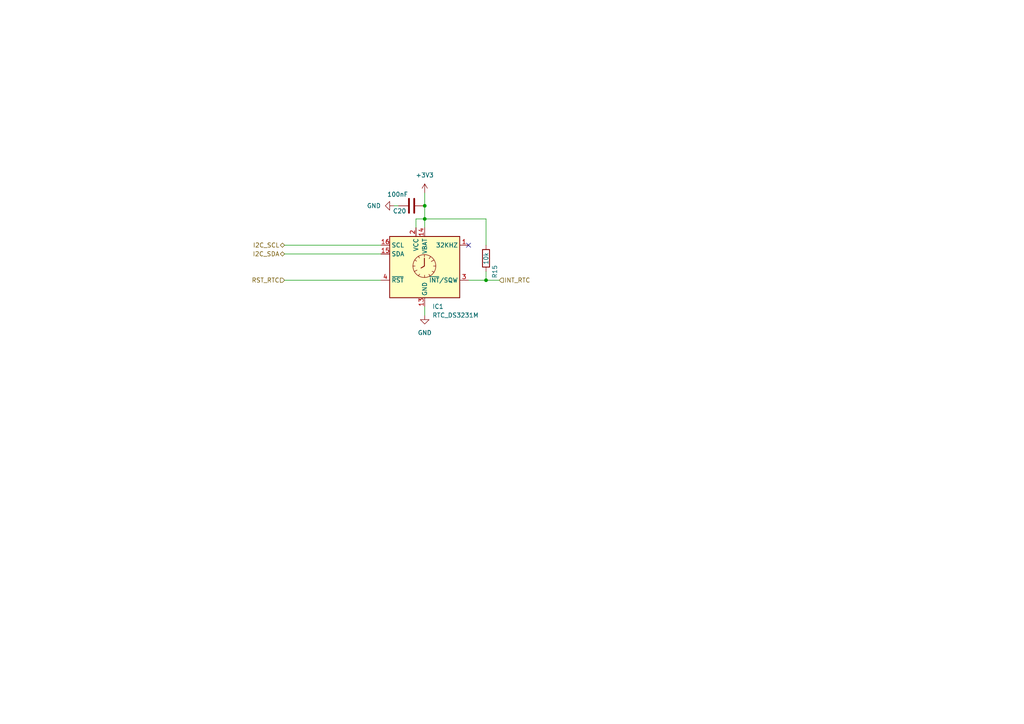
<source format=kicad_sch>
(kicad_sch
	(version 20231120)
	(generator "eeschema")
	(generator_version "8.0")
	(uuid "3b7f247f-ac3e-4588-98f5-bc0e6dfb8428")
	(paper "A4")
	(lib_symbols
		(symbol "Device:C"
			(pin_numbers hide)
			(pin_names
				(offset 0.254)
			)
			(exclude_from_sim no)
			(in_bom yes)
			(on_board yes)
			(property "Reference" "C"
				(at 0.635 2.54 0)
				(effects
					(font
						(size 1.27 1.27)
					)
					(justify left)
				)
			)
			(property "Value" "C"
				(at 0.635 -2.54 0)
				(effects
					(font
						(size 1.27 1.27)
					)
					(justify left)
				)
			)
			(property "Footprint" ""
				(at 0.9652 -3.81 0)
				(effects
					(font
						(size 1.27 1.27)
					)
					(hide yes)
				)
			)
			(property "Datasheet" "~"
				(at 0 0 0)
				(effects
					(font
						(size 1.27 1.27)
					)
					(hide yes)
				)
			)
			(property "Description" "Unpolarized capacitor"
				(at 0 0 0)
				(effects
					(font
						(size 1.27 1.27)
					)
					(hide yes)
				)
			)
			(property "ki_keywords" "cap capacitor"
				(at 0 0 0)
				(effects
					(font
						(size 1.27 1.27)
					)
					(hide yes)
				)
			)
			(property "ki_fp_filters" "C_*"
				(at 0 0 0)
				(effects
					(font
						(size 1.27 1.27)
					)
					(hide yes)
				)
			)
			(symbol "C_0_1"
				(polyline
					(pts
						(xy -2.032 -0.762) (xy 2.032 -0.762)
					)
					(stroke
						(width 0.508)
						(type default)
					)
					(fill
						(type none)
					)
				)
				(polyline
					(pts
						(xy -2.032 0.762) (xy 2.032 0.762)
					)
					(stroke
						(width 0.508)
						(type default)
					)
					(fill
						(type none)
					)
				)
			)
			(symbol "C_1_1"
				(pin passive line
					(at 0 3.81 270)
					(length 2.794)
					(name "~"
						(effects
							(font
								(size 1.27 1.27)
							)
						)
					)
					(number "1"
						(effects
							(font
								(size 1.27 1.27)
							)
						)
					)
				)
				(pin passive line
					(at 0 -3.81 90)
					(length 2.794)
					(name "~"
						(effects
							(font
								(size 1.27 1.27)
							)
						)
					)
					(number "2"
						(effects
							(font
								(size 1.27 1.27)
							)
						)
					)
				)
			)
		)
		(symbol "IVS_SYMBOLS:RTC_DS3231M"
			(exclude_from_sim no)
			(in_bom yes)
			(on_board yes)
			(property "Reference" "IC"
				(at -7.62 8.89 0)
				(effects
					(font
						(size 1.27 1.27)
					)
					(justify right)
				)
			)
			(property "Value" "RTC_DS3231M"
				(at 6.985 -20.955 0)
				(effects
					(font
						(size 1.27 1.27)
					)
					(justify right)
				)
			)
			(property "Footprint" "Package_SO:SOIC-16W_7.5x10.3mm_P1.27mm"
				(at 1.27 -33.02 0)
				(effects
					(font
						(size 1.27 1.27)
					)
					(hide yes)
				)
			)
			(property "Datasheet" "http://datasheets.maximintegrated.com/en/ds/DS3231.pdf"
				(at 1.27 -25.4 0)
				(effects
					(font
						(size 1.27 1.27)
					)
					(hide yes)
				)
			)
			(property "Description" "Extremely Accurate I2C-Integrated RTC/TCXO/Crystal SOIC-16"
				(at 0 0 0)
				(effects
					(font
						(size 1.27 1.27)
					)
					(hide yes)
				)
			)
			(property "Thegioiic_Buylink" "https://www.thegioiic.com/ds3231sn-ic-rtc-clock-calendar-16-soic"
				(at 3.81 -27.94 0)
				(effects
					(font
						(size 1.27 1.27)
					)
					(hide yes)
				)
			)
			(property "ICDAYROI_Buylink" "https://icdayroi.com/ds3231n"
				(at 0 -30.48 0)
				(effects
					(font
						(size 1.27 1.27)
					)
					(hide yes)
				)
			)
			(property "Digikey_Buylink" "https://www.digikey.com/en/products/detail/analog-devices-inc-maxim-integrated/DS3231M-TRL/2402421"
				(at 1.27 -22.86 0)
				(effects
					(font
						(size 1.27 1.27)
					)
					(hide yes)
				)
			)
			(property "ki_keywords" "RTC TCXO Realtime Time Clock Crystal Oscillator I2C"
				(at 0 0 0)
				(effects
					(font
						(size 1.27 1.27)
					)
					(hide yes)
				)
			)
			(property "ki_fp_filters" "SOIC*7.5x10.3mm*P1.27mm*"
				(at 0 0 0)
				(effects
					(font
						(size 1.27 1.27)
					)
					(hide yes)
				)
			)
			(symbol "RTC_DS3231M_0_1"
				(rectangle
					(start -10.16 7.62)
					(end 10.16 -10.16)
					(stroke
						(width 0.254)
						(type default)
					)
					(fill
						(type background)
					)
				)
				(circle
					(center -0.1016 -0.9652)
					(radius 3.316)
					(stroke
						(width 0)
						(type default)
					)
					(fill
						(type none)
					)
				)
				(polyline
					(pts
						(xy -3.4544 -0.9652) (xy -2.794 -0.9652)
					)
					(stroke
						(width 0)
						(type default)
					)
					(fill
						(type none)
					)
				)
				(polyline
					(pts
						(xy -2.9972 -2.54) (xy -2.2352 -2.1336)
					)
					(stroke
						(width 0)
						(type default)
					)
					(fill
						(type none)
					)
				)
				(polyline
					(pts
						(xy -2.8956 0.8128) (xy -2.3876 0.4572)
					)
					(stroke
						(width 0)
						(type default)
					)
					(fill
						(type none)
					)
				)
				(polyline
					(pts
						(xy -1.8288 -3.7592) (xy -1.4732 -3.302)
					)
					(stroke
						(width 0)
						(type default)
					)
					(fill
						(type none)
					)
				)
				(polyline
					(pts
						(xy -1.8288 1.8288) (xy -1.524 1.3716)
					)
					(stroke
						(width 0)
						(type default)
					)
					(fill
						(type none)
					)
				)
				(polyline
					(pts
						(xy -0.1016 2.3368) (xy -0.1016 1.7272)
					)
					(stroke
						(width 0)
						(type default)
					)
					(fill
						(type none)
					)
				)
				(polyline
					(pts
						(xy -0.0508 -3.6068) (xy -0.0508 -4.2672)
					)
					(stroke
						(width 0)
						(type default)
					)
					(fill
						(type none)
					)
				)
				(polyline
					(pts
						(xy 1.2192 -3.3528) (xy 1.524 -3.81)
					)
					(stroke
						(width 0)
						(type default)
					)
					(fill
						(type none)
					)
				)
				(polyline
					(pts
						(xy 1.27 1.1684) (xy 1.6764 1.7272)
					)
					(stroke
						(width 0)
						(type default)
					)
					(fill
						(type none)
					)
				)
				(polyline
					(pts
						(xy 1.8796 0.3556) (xy 2.6416 0.762)
					)
					(stroke
						(width 0)
						(type default)
					)
					(fill
						(type none)
					)
				)
				(polyline
					(pts
						(xy 2.1336 -2.4892) (xy 2.6924 -2.7432)
					)
					(stroke
						(width 0)
						(type default)
					)
					(fill
						(type none)
					)
				)
				(polyline
					(pts
						(xy 2.54 -0.9652) (xy 3.2004 -0.9652)
					)
					(stroke
						(width 0)
						(type default)
					)
					(fill
						(type none)
					)
				)
				(polyline
					(pts
						(xy -0.1016 1.3208) (xy -0.1016 -0.9652) (xy -1.0668 -1.524)
					)
					(stroke
						(width 0.254)
						(type default)
					)
					(fill
						(type none)
					)
				)
			)
			(symbol "RTC_DS3231M_1_1"
				(pin open_collector line
					(at 12.7 5.08 180)
					(length 2.54)
					(name "32KHZ"
						(effects
							(font
								(size 1.27 1.27)
							)
						)
					)
					(number "1"
						(effects
							(font
								(size 1.27 1.27)
							)
						)
					)
				)
				(pin passive line
					(at 0 -12.7 90)
					(length 2.54) hide
					(name "GND"
						(effects
							(font
								(size 1.27 1.27)
							)
						)
					)
					(number "10"
						(effects
							(font
								(size 1.27 1.27)
							)
						)
					)
				)
				(pin passive line
					(at 0 -12.7 90)
					(length 2.54) hide
					(name "GND"
						(effects
							(font
								(size 1.27 1.27)
							)
						)
					)
					(number "11"
						(effects
							(font
								(size 1.27 1.27)
							)
						)
					)
				)
				(pin passive line
					(at 0 -12.7 90)
					(length 2.54) hide
					(name "GND"
						(effects
							(font
								(size 1.27 1.27)
							)
						)
					)
					(number "12"
						(effects
							(font
								(size 1.27 1.27)
							)
						)
					)
				)
				(pin power_in line
					(at 0 -12.7 90)
					(length 2.54)
					(name "GND"
						(effects
							(font
								(size 1.27 1.27)
							)
						)
					)
					(number "13"
						(effects
							(font
								(size 1.27 1.27)
							)
						)
					)
				)
				(pin power_in line
					(at 0 10.16 270)
					(length 2.54)
					(name "VBAT"
						(effects
							(font
								(size 1.27 1.27)
							)
						)
					)
					(number "14"
						(effects
							(font
								(size 1.27 1.27)
							)
						)
					)
				)
				(pin bidirectional line
					(at -12.7 2.54 0)
					(length 2.54)
					(name "SDA"
						(effects
							(font
								(size 1.27 1.27)
							)
						)
					)
					(number "15"
						(effects
							(font
								(size 1.27 1.27)
							)
						)
					)
				)
				(pin input line
					(at -12.7 5.08 0)
					(length 2.54)
					(name "SCL"
						(effects
							(font
								(size 1.27 1.27)
							)
						)
					)
					(number "16"
						(effects
							(font
								(size 1.27 1.27)
							)
						)
					)
				)
				(pin power_in line
					(at -2.54 10.16 270)
					(length 2.54)
					(name "VCC"
						(effects
							(font
								(size 1.27 1.27)
							)
						)
					)
					(number "2"
						(effects
							(font
								(size 1.27 1.27)
							)
						)
					)
				)
				(pin open_collector line
					(at 12.7 -5.08 180)
					(length 2.54)
					(name "~{INT}/SQW"
						(effects
							(font
								(size 1.27 1.27)
							)
						)
					)
					(number "3"
						(effects
							(font
								(size 1.27 1.27)
							)
						)
					)
				)
				(pin bidirectional line
					(at -12.7 -5.08 0)
					(length 2.54)
					(name "~{RST}"
						(effects
							(font
								(size 1.27 1.27)
							)
						)
					)
					(number "4"
						(effects
							(font
								(size 1.27 1.27)
							)
						)
					)
				)
				(pin passive line
					(at 0 -12.7 90)
					(length 2.54) hide
					(name "GND"
						(effects
							(font
								(size 1.27 1.27)
							)
						)
					)
					(number "5"
						(effects
							(font
								(size 1.27 1.27)
							)
						)
					)
				)
				(pin passive line
					(at 0 -12.7 90)
					(length 2.54) hide
					(name "GND"
						(effects
							(font
								(size 1.27 1.27)
							)
						)
					)
					(number "6"
						(effects
							(font
								(size 1.27 1.27)
							)
						)
					)
				)
				(pin passive line
					(at 0 -12.7 90)
					(length 2.54) hide
					(name "GND"
						(effects
							(font
								(size 1.27 1.27)
							)
						)
					)
					(number "7"
						(effects
							(font
								(size 1.27 1.27)
							)
						)
					)
				)
				(pin passive line
					(at 0 -12.7 90)
					(length 2.54) hide
					(name "GND"
						(effects
							(font
								(size 1.27 1.27)
							)
						)
					)
					(number "8"
						(effects
							(font
								(size 1.27 1.27)
							)
						)
					)
				)
				(pin passive line
					(at 0 -12.7 90)
					(length 2.54) hide
					(name "GND"
						(effects
							(font
								(size 1.27 1.27)
							)
						)
					)
					(number "9"
						(effects
							(font
								(size 1.27 1.27)
							)
						)
					)
				)
			)
		)
		(symbol "Thu_vien_kicad:R"
			(pin_numbers hide)
			(pin_names
				(offset 0)
			)
			(exclude_from_sim no)
			(in_bom yes)
			(on_board yes)
			(property "Reference" "R"
				(at 2.032 0 90)
				(effects
					(font
						(size 1.27 1.27)
					)
				)
			)
			(property "Value" "R"
				(at 0 0 90)
				(effects
					(font
						(size 1.27 1.27)
					)
				)
			)
			(property "Footprint" ""
				(at -1.778 0 90)
				(effects
					(font
						(size 1.27 1.27)
					)
					(hide yes)
				)
			)
			(property "Datasheet" "~"
				(at 0 0 0)
				(effects
					(font
						(size 1.27 1.27)
					)
					(hide yes)
				)
			)
			(property "Description" "Resistor"
				(at 0 0 0)
				(effects
					(font
						(size 1.27 1.27)
					)
					(hide yes)
				)
			)
			(property "ki_keywords" "R res resistor"
				(at 0 0 0)
				(effects
					(font
						(size 1.27 1.27)
					)
					(hide yes)
				)
			)
			(property "ki_fp_filters" "R_*"
				(at 0 0 0)
				(effects
					(font
						(size 1.27 1.27)
					)
					(hide yes)
				)
			)
			(symbol "R_0_1"
				(rectangle
					(start -1.016 -2.54)
					(end 1.016 2.54)
					(stroke
						(width 0.254)
						(type default)
					)
					(fill
						(type none)
					)
				)
			)
			(symbol "R_1_1"
				(pin passive line
					(at 0 3.81 270)
					(length 1.27)
					(name "~"
						(effects
							(font
								(size 1.27 1.27)
							)
						)
					)
					(number "1"
						(effects
							(font
								(size 1.27 1.27)
							)
						)
					)
				)
				(pin passive line
					(at 0 -3.81 90)
					(length 1.27)
					(name "~"
						(effects
							(font
								(size 1.27 1.27)
							)
						)
					)
					(number "2"
						(effects
							(font
								(size 1.27 1.27)
							)
						)
					)
				)
			)
		)
		(symbol "power:+3V3"
			(power)
			(pin_numbers hide)
			(pin_names
				(offset 0) hide)
			(exclude_from_sim no)
			(in_bom yes)
			(on_board yes)
			(property "Reference" "#PWR"
				(at 0 -3.81 0)
				(effects
					(font
						(size 1.27 1.27)
					)
					(hide yes)
				)
			)
			(property "Value" "+3V3"
				(at 0 3.556 0)
				(effects
					(font
						(size 1.27 1.27)
					)
				)
			)
			(property "Footprint" ""
				(at 0 0 0)
				(effects
					(font
						(size 1.27 1.27)
					)
					(hide yes)
				)
			)
			(property "Datasheet" ""
				(at 0 0 0)
				(effects
					(font
						(size 1.27 1.27)
					)
					(hide yes)
				)
			)
			(property "Description" "Power symbol creates a global label with name \"+3V3\""
				(at 0 0 0)
				(effects
					(font
						(size 1.27 1.27)
					)
					(hide yes)
				)
			)
			(property "ki_keywords" "global power"
				(at 0 0 0)
				(effects
					(font
						(size 1.27 1.27)
					)
					(hide yes)
				)
			)
			(symbol "+3V3_0_1"
				(polyline
					(pts
						(xy -0.762 1.27) (xy 0 2.54)
					)
					(stroke
						(width 0)
						(type default)
					)
					(fill
						(type none)
					)
				)
				(polyline
					(pts
						(xy 0 0) (xy 0 2.54)
					)
					(stroke
						(width 0)
						(type default)
					)
					(fill
						(type none)
					)
				)
				(polyline
					(pts
						(xy 0 2.54) (xy 0.762 1.27)
					)
					(stroke
						(width 0)
						(type default)
					)
					(fill
						(type none)
					)
				)
			)
			(symbol "+3V3_1_1"
				(pin power_in line
					(at 0 0 90)
					(length 0)
					(name "~"
						(effects
							(font
								(size 1.27 1.27)
							)
						)
					)
					(number "1"
						(effects
							(font
								(size 1.27 1.27)
							)
						)
					)
				)
			)
		)
		(symbol "power:GND"
			(power)
			(pin_names
				(offset 0)
			)
			(exclude_from_sim no)
			(in_bom yes)
			(on_board yes)
			(property "Reference" "#PWR"
				(at 0 -6.35 0)
				(effects
					(font
						(size 1.27 1.27)
					)
					(hide yes)
				)
			)
			(property "Value" "GND"
				(at 0 -3.81 0)
				(effects
					(font
						(size 1.27 1.27)
					)
				)
			)
			(property "Footprint" ""
				(at 0 0 0)
				(effects
					(font
						(size 1.27 1.27)
					)
					(hide yes)
				)
			)
			(property "Datasheet" ""
				(at 0 0 0)
				(effects
					(font
						(size 1.27 1.27)
					)
					(hide yes)
				)
			)
			(property "Description" "Power symbol creates a global label with name \"GND\" , ground"
				(at 0 0 0)
				(effects
					(font
						(size 1.27 1.27)
					)
					(hide yes)
				)
			)
			(property "ki_keywords" "global power"
				(at 0 0 0)
				(effects
					(font
						(size 1.27 1.27)
					)
					(hide yes)
				)
			)
			(symbol "GND_0_1"
				(polyline
					(pts
						(xy 0 0) (xy 0 -1.27) (xy 1.27 -1.27) (xy 0 -2.54) (xy -1.27 -1.27) (xy 0 -1.27)
					)
					(stroke
						(width 0)
						(type default)
					)
					(fill
						(type none)
					)
				)
			)
			(symbol "GND_1_1"
				(pin power_in line
					(at 0 0 270)
					(length 0) hide
					(name "GND"
						(effects
							(font
								(size 1.27 1.27)
							)
						)
					)
					(number "1"
						(effects
							(font
								(size 1.27 1.27)
							)
						)
					)
				)
			)
		)
	)
	(junction
		(at 140.97 81.28)
		(diameter 0)
		(color 0 0 0 0)
		(uuid "0c877e45-ec45-4c9d-8110-0389251f2e29")
	)
	(junction
		(at 123.19 59.69)
		(diameter 0)
		(color 0 0 0 0)
		(uuid "0d1f78a8-60ee-42d1-a0a2-3b64a669aaf9")
	)
	(junction
		(at 123.19 63.5)
		(diameter 0)
		(color 0 0 0 0)
		(uuid "d93e73ce-edde-4cc6-b01b-eee97f0af885")
	)
	(no_connect
		(at 135.89 71.12)
		(uuid "f16f1c1d-d6cb-454c-84a8-3dfcb2d90c05")
	)
	(wire
		(pts
			(xy 123.19 88.9) (xy 123.19 91.44)
		)
		(stroke
			(width 0)
			(type default)
		)
		(uuid "004b2261-4aad-427e-8061-25f777ed0d72")
	)
	(wire
		(pts
			(xy 140.97 81.28) (xy 144.78 81.28)
		)
		(stroke
			(width 0)
			(type default)
		)
		(uuid "034d0547-1964-478b-93fb-0852d6f9cdb8")
	)
	(wire
		(pts
			(xy 82.55 81.28) (xy 110.49 81.28)
		)
		(stroke
			(width 0)
			(type default)
		)
		(uuid "04ab112d-1ec5-4abd-b5cf-40711ece9c27")
	)
	(wire
		(pts
			(xy 120.65 66.04) (xy 120.65 63.5)
		)
		(stroke
			(width 0)
			(type default)
		)
		(uuid "0953ddfd-c45a-4f3c-ab87-5da2077f59ed")
	)
	(wire
		(pts
			(xy 123.19 59.69) (xy 123.19 63.5)
		)
		(stroke
			(width 0)
			(type default)
		)
		(uuid "53aec2e7-f54c-4dee-b235-5f2997df5902")
	)
	(wire
		(pts
			(xy 140.97 78.74) (xy 140.97 81.28)
		)
		(stroke
			(width 0)
			(type default)
		)
		(uuid "5f15f50b-81fb-40ce-bb7d-f9744945878a")
	)
	(wire
		(pts
			(xy 140.97 71.12) (xy 140.97 63.5)
		)
		(stroke
			(width 0)
			(type default)
		)
		(uuid "6c552fa1-d312-4dd8-a9db-7e4ffcf5901e")
	)
	(wire
		(pts
			(xy 140.97 63.5) (xy 123.19 63.5)
		)
		(stroke
			(width 0)
			(type default)
		)
		(uuid "7cc52c45-6a27-46c5-85fb-11ea4533f4a2")
	)
	(wire
		(pts
			(xy 82.55 71.12) (xy 110.49 71.12)
		)
		(stroke
			(width 0)
			(type default)
		)
		(uuid "95b46fc3-e652-489b-bb12-e61f80628b1a")
	)
	(wire
		(pts
			(xy 120.65 63.5) (xy 123.19 63.5)
		)
		(stroke
			(width 0)
			(type default)
		)
		(uuid "9d8ccffc-3c81-4dda-8845-6e105e1f0da1")
	)
	(wire
		(pts
			(xy 123.19 55.88) (xy 123.19 59.69)
		)
		(stroke
			(width 0)
			(type default)
		)
		(uuid "c9812ff0-5d5d-4028-b1b8-4cb21d251137")
	)
	(wire
		(pts
			(xy 114.3 59.69) (xy 115.57 59.69)
		)
		(stroke
			(width 0)
			(type default)
		)
		(uuid "d3e597bc-ca2e-46cd-a19a-ec4740823629")
	)
	(wire
		(pts
			(xy 82.55 73.66) (xy 110.49 73.66)
		)
		(stroke
			(width 0)
			(type default)
		)
		(uuid "d9d44bd5-f121-4368-a6c2-a2b1b9df035e")
	)
	(wire
		(pts
			(xy 123.19 63.5) (xy 123.19 66.04)
		)
		(stroke
			(width 0)
			(type default)
		)
		(uuid "e29c50a3-e2e1-4ef3-abea-b046635186a2")
	)
	(wire
		(pts
			(xy 135.89 81.28) (xy 140.97 81.28)
		)
		(stroke
			(width 0)
			(type default)
		)
		(uuid "f5d5fc1f-ce81-44af-be78-568fbbf87b16")
	)
	(hierarchical_label "I2C_SCL"
		(shape bidirectional)
		(at 82.55 71.12 180)
		(fields_autoplaced yes)
		(effects
			(font
				(size 1.27 1.27)
			)
			(justify right)
		)
		(uuid "5703be3f-3992-46fb-97d1-17efbfe7b54e")
	)
	(hierarchical_label "RST_RTC"
		(shape input)
		(at 82.55 81.28 180)
		(fields_autoplaced yes)
		(effects
			(font
				(size 1.27 1.27)
			)
			(justify right)
		)
		(uuid "99ea72c0-c7ac-4934-85fd-37a9654c352c")
	)
	(hierarchical_label "I2C_SDA"
		(shape bidirectional)
		(at 82.55 73.66 180)
		(fields_autoplaced yes)
		(effects
			(font
				(size 1.27 1.27)
			)
			(justify right)
		)
		(uuid "e56492a7-7bfa-4699-a010-56f97ca4ff39")
	)
	(hierarchical_label "INT_RTC"
		(shape input)
		(at 144.78 81.28 0)
		(fields_autoplaced yes)
		(effects
			(font
				(size 1.27 1.27)
			)
			(justify left)
		)
		(uuid "f37dbdaa-4e23-41aa-835d-33c1b4e89137")
	)
	(symbol
		(lib_id "IVS_SYMBOLS:RTC_DS3231M")
		(at 123.19 76.2 0)
		(unit 1)
		(exclude_from_sim no)
		(in_bom yes)
		(on_board yes)
		(dnp no)
		(fields_autoplaced yes)
		(uuid "0723640f-4797-4fc1-84d6-1ed7c8cb3d6f")
		(property "Reference" "IC1"
			(at 125.3841 88.9 0)
			(effects
				(font
					(size 1.27 1.27)
				)
				(justify left)
			)
		)
		(property "Value" "RTC_DS3231M"
			(at 125.3841 91.44 0)
			(effects
				(font
					(size 1.27 1.27)
				)
				(justify left)
			)
		)
		(property "Footprint" "Package_SO:SOIC-16W_7.5x10.3mm_P1.27mm"
			(at 124.46 109.22 0)
			(effects
				(font
					(size 1.27 1.27)
				)
				(hide yes)
			)
		)
		(property "Datasheet" "http://datasheets.maximintegrated.com/en/ds/DS3231.pdf"
			(at 124.46 101.6 0)
			(effects
				(font
					(size 1.27 1.27)
				)
				(hide yes)
			)
		)
		(property "Description" "Extremely Accurate I2C-Integrated RTC/TCXO/Crystal SOIC-16"
			(at 123.19 76.2 0)
			(effects
				(font
					(size 1.27 1.27)
				)
				(hide yes)
			)
		)
		(property "JLC" "C9866"
			(at 123.19 76.2 0)
			(effects
				(font
					(size 1.27 1.27)
				)
				(hide yes)
			)
		)
		(pin "10"
			(uuid "e6e0fdbf-2879-4f82-b743-6e45b17dd936")
		)
		(pin "14"
			(uuid "5fa7cb33-ed14-48f4-8074-48a78ba39759")
		)
		(pin "3"
			(uuid "f6b995f9-2ab9-4612-b745-1c90e333bdbe")
		)
		(pin "4"
			(uuid "a6d83a94-12d1-403f-b68d-f5a3f2870a00")
		)
		(pin "6"
			(uuid "69c4ebc0-4063-4ee4-ac86-448d2f0ae8e0")
		)
		(pin "13"
			(uuid "4941f128-3aa2-41d7-ac2e-fc97628ea0d4")
		)
		(pin "15"
			(uuid "7d6a019a-44d2-493a-bac1-3701fe23deeb")
		)
		(pin "5"
			(uuid "ad4896f5-dbc4-49cb-b5b1-12898cbab8b9")
		)
		(pin "7"
			(uuid "1d599de0-70c4-4162-961b-0d28eb2a4bee")
		)
		(pin "8"
			(uuid "e6dbecce-bd92-4db1-9fb9-9e07ed4c0c3c")
		)
		(pin "9"
			(uuid "7a7b0756-7d9d-48a2-8eaa-68421be86c01")
		)
		(pin "16"
			(uuid "670680c9-0b09-45a2-a8d0-6c10eb9e0187")
		)
		(pin "1"
			(uuid "592ceb21-3069-4a62-934d-1d342a1023e9")
		)
		(pin "2"
			(uuid "e5674956-aa7f-4b79-9ef9-66fa4e29203c")
		)
		(pin "12"
			(uuid "e4877f7d-5fd0-41c7-8f2d-d4ae117aac7d")
		)
		(pin "11"
			(uuid "a5f9999e-9b7f-45d9-85aa-0b3dea06648e")
		)
		(instances
			(project "Call-Point-Actuator"
				(path "/700768df-09f0-45cf-9b46-9332e9bddc11/14571762-77a5-4a72-8fe8-37cf7b6caaa8"
					(reference "IC1")
					(unit 1)
				)
			)
		)
	)
	(symbol
		(lib_id "Device:C")
		(at 119.38 59.69 90)
		(unit 1)
		(exclude_from_sim no)
		(in_bom yes)
		(on_board yes)
		(dnp no)
		(uuid "08cdec7c-a630-4124-bd20-45e5b94d8991")
		(property "Reference" "C20"
			(at 117.856 61.214 90)
			(effects
				(font
					(size 1.27 1.27)
				)
				(justify left)
			)
		)
		(property "Value" "100nF"
			(at 118.364 56.388 90)
			(effects
				(font
					(size 1.27 1.27)
				)
				(justify left)
			)
		)
		(property "Footprint" "SANG_LIB_FP:C_0603_1608Metric"
			(at 123.19 58.7248 0)
			(effects
				(font
					(size 1.27 1.27)
				)
				(hide yes)
			)
		)
		(property "Datasheet" "~"
			(at 119.38 59.69 0)
			(effects
				(font
					(size 1.27 1.27)
				)
				(hide yes)
			)
		)
		(property "Description" ""
			(at 119.38 59.69 0)
			(effects
				(font
					(size 1.27 1.27)
				)
				(hide yes)
			)
		)
		(property "JLC" "C14663"
			(at 119.38 59.69 0)
			(effects
				(font
					(size 1.27 1.27)
				)
				(hide yes)
			)
		)
		(pin "2"
			(uuid "b827df95-b359-4760-9cea-35bef88dddaa")
		)
		(pin "1"
			(uuid "e7f06df8-d371-42fb-b291-946459e0769b")
		)
		(instances
			(project "Call-Point-Actuator"
				(path "/700768df-09f0-45cf-9b46-9332e9bddc11/14571762-77a5-4a72-8fe8-37cf7b6caaa8"
					(reference "C20")
					(unit 1)
				)
			)
		)
	)
	(symbol
		(lib_id "power:GND")
		(at 123.19 91.44 0)
		(unit 1)
		(exclude_from_sim no)
		(in_bom yes)
		(on_board yes)
		(dnp no)
		(fields_autoplaced yes)
		(uuid "2c19ffc7-27b0-46e0-a5f8-b307eba74744")
		(property "Reference" "#PWR041"
			(at 123.19 97.79 0)
			(effects
				(font
					(size 1.27 1.27)
				)
				(hide yes)
			)
		)
		(property "Value" "GND"
			(at 123.19 96.52 0)
			(effects
				(font
					(size 1.27 1.27)
				)
			)
		)
		(property "Footprint" ""
			(at 123.19 91.44 0)
			(effects
				(font
					(size 1.27 1.27)
				)
				(hide yes)
			)
		)
		(property "Datasheet" ""
			(at 123.19 91.44 0)
			(effects
				(font
					(size 1.27 1.27)
				)
				(hide yes)
			)
		)
		(property "Description" ""
			(at 123.19 91.44 0)
			(effects
				(font
					(size 1.27 1.27)
				)
				(hide yes)
			)
		)
		(pin "1"
			(uuid "3ab9af7f-0f4a-4c57-998b-00abf242bed2")
		)
		(instances
			(project "Call-Point-Actuator"
				(path "/700768df-09f0-45cf-9b46-9332e9bddc11/14571762-77a5-4a72-8fe8-37cf7b6caaa8"
					(reference "#PWR041")
					(unit 1)
				)
			)
		)
	)
	(symbol
		(lib_id "power:GND")
		(at 114.3 59.69 270)
		(unit 1)
		(exclude_from_sim no)
		(in_bom yes)
		(on_board yes)
		(dnp no)
		(fields_autoplaced yes)
		(uuid "9d9c42ba-4c8f-4ac5-9f30-2c0e99c72b4e")
		(property "Reference" "#PWR043"
			(at 107.95 59.69 0)
			(effects
				(font
					(size 1.27 1.27)
				)
				(hide yes)
			)
		)
		(property "Value" "GND"
			(at 110.49 59.6899 90)
			(effects
				(font
					(size 1.27 1.27)
				)
				(justify right)
			)
		)
		(property "Footprint" ""
			(at 114.3 59.69 0)
			(effects
				(font
					(size 1.27 1.27)
				)
				(hide yes)
			)
		)
		(property "Datasheet" ""
			(at 114.3 59.69 0)
			(effects
				(font
					(size 1.27 1.27)
				)
				(hide yes)
			)
		)
		(property "Description" ""
			(at 114.3 59.69 0)
			(effects
				(font
					(size 1.27 1.27)
				)
				(hide yes)
			)
		)
		(pin "1"
			(uuid "bd608f11-7609-457a-92f4-6314b789f464")
		)
		(instances
			(project "Call-Point-Actuator"
				(path "/700768df-09f0-45cf-9b46-9332e9bddc11/14571762-77a5-4a72-8fe8-37cf7b6caaa8"
					(reference "#PWR043")
					(unit 1)
				)
			)
		)
	)
	(symbol
		(lib_id "Thu_vien_kicad:R")
		(at 140.97 74.93 180)
		(unit 1)
		(exclude_from_sim no)
		(in_bom yes)
		(on_board yes)
		(dnp no)
		(uuid "a16fb46a-b911-43c0-97e6-eb3350431d18")
		(property "Reference" "R15"
			(at 143.51 76.835 90)
			(effects
				(font
					(size 1.27 1.27)
				)
				(justify left)
			)
		)
		(property "Value" "10k"
			(at 140.97 73.152 90)
			(effects
				(font
					(size 1.27 1.27)
				)
				(justify left)
			)
		)
		(property "Footprint" "SANG_LIB_FP:R_0603_1608Metric"
			(at 142.748 74.93 90)
			(effects
				(font
					(size 1.27 1.27)
				)
				(hide yes)
			)
		)
		(property "Datasheet" "~"
			(at 140.97 74.93 0)
			(effects
				(font
					(size 1.27 1.27)
				)
				(hide yes)
			)
		)
		(property "Description" ""
			(at 140.97 74.93 0)
			(effects
				(font
					(size 1.27 1.27)
				)
				(hide yes)
			)
		)
		(property "JLC" "C25804"
			(at 140.97 74.93 90)
			(effects
				(font
					(size 1.27 1.27)
				)
				(hide yes)
			)
		)
		(pin "1"
			(uuid "f481b911-06e5-4ba0-9578-a2271cab5be6")
		)
		(pin "2"
			(uuid "0d6af3c4-eb5e-41ed-a939-be68b2a5c411")
		)
		(instances
			(project "Call-Point-Actuator"
				(path "/700768df-09f0-45cf-9b46-9332e9bddc11/14571762-77a5-4a72-8fe8-37cf7b6caaa8"
					(reference "R15")
					(unit 1)
				)
			)
		)
	)
	(symbol
		(lib_id "power:+3V3")
		(at 123.19 55.88 0)
		(unit 1)
		(exclude_from_sim no)
		(in_bom yes)
		(on_board yes)
		(dnp no)
		(fields_autoplaced yes)
		(uuid "d13238f8-b42a-4f38-8b1c-6200a21c3833")
		(property "Reference" "#PWR09"
			(at 123.19 59.69 0)
			(effects
				(font
					(size 1.27 1.27)
				)
				(hide yes)
			)
		)
		(property "Value" "+3V3"
			(at 123.19 50.8 0)
			(effects
				(font
					(size 1.27 1.27)
				)
			)
		)
		(property "Footprint" ""
			(at 123.19 55.88 0)
			(effects
				(font
					(size 1.27 1.27)
				)
				(hide yes)
			)
		)
		(property "Datasheet" ""
			(at 123.19 55.88 0)
			(effects
				(font
					(size 1.27 1.27)
				)
				(hide yes)
			)
		)
		(property "Description" "Power symbol creates a global label with name \"+3V3\""
			(at 123.19 55.88 0)
			(effects
				(font
					(size 1.27 1.27)
				)
				(hide yes)
			)
		)
		(pin "1"
			(uuid "23d60762-f135-4ffd-8601-626469f423c3")
		)
		(instances
			(project "Call-Point-Actuator"
				(path "/700768df-09f0-45cf-9b46-9332e9bddc11/14571762-77a5-4a72-8fe8-37cf7b6caaa8"
					(reference "#PWR09")
					(unit 1)
				)
			)
		)
	)
)

</source>
